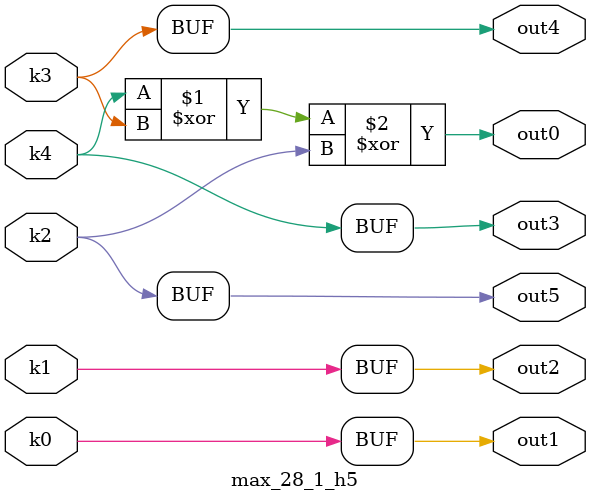
<source format=v>
module max_28_1(pi00, pi01, pi02, pi03, pi04, pi05, pi06, pi07, pi08, pi09, po0, po1, po2, po3, po4, po5);
input pi00, pi01, pi02, pi03, pi04, pi05, pi06, pi07, pi08, pi09;
output po0, po1, po2, po3, po4, po5;
wire k0, k1, k2, k3, k4;
max_28_1_w5 DUT1 (pi00, pi01, pi02, pi03, pi04, pi05, pi06, pi07, pi08, pi09, k0, k1, k2, k3, k4);
max_28_1_h5 DUT2 (k0, k1, k2, k3, k4, po0, po1, po2, po3, po4, po5);
endmodule

module max_28_1_w5(in9, in8, in7, in6, in5, in4, in3, in2, in1, in0, k4, k3, k2, k1, k0);
input in9, in8, in7, in6, in5, in4, in3, in2, in1, in0;
output k4, k3, k2, k1, k0;
assign k0 =   in4 & (in1 ? in8 : in6);
assign k1 =   ~in4 & (in1 ? ~in8 : ~in6);
assign k2 =   ~in2 & ~in5 & ~in3 & (in8 | ~in6) & (in9 | ~in7);
assign k3 =   ~in3 & ((in8 & (~in6 | (~in7 & in9))) | (~in6 & ~in7 & in9));
assign k4 =   in1 ? ~in9 : ~in7;
endmodule

module max_28_1_h5(k4, k3, k2, k1, k0, out5, out4, out3, out2, out1, out0);
input k4, k3, k2, k1, k0;
output out5, out4, out3, out2, out1, out0;
assign out0 = k4 ^ k3 ^ k2;
assign out1 = k0;
assign out2 = k1;
assign out3 = k4;
assign out4 = k3;
assign out5 = k2;
endmodule

</source>
